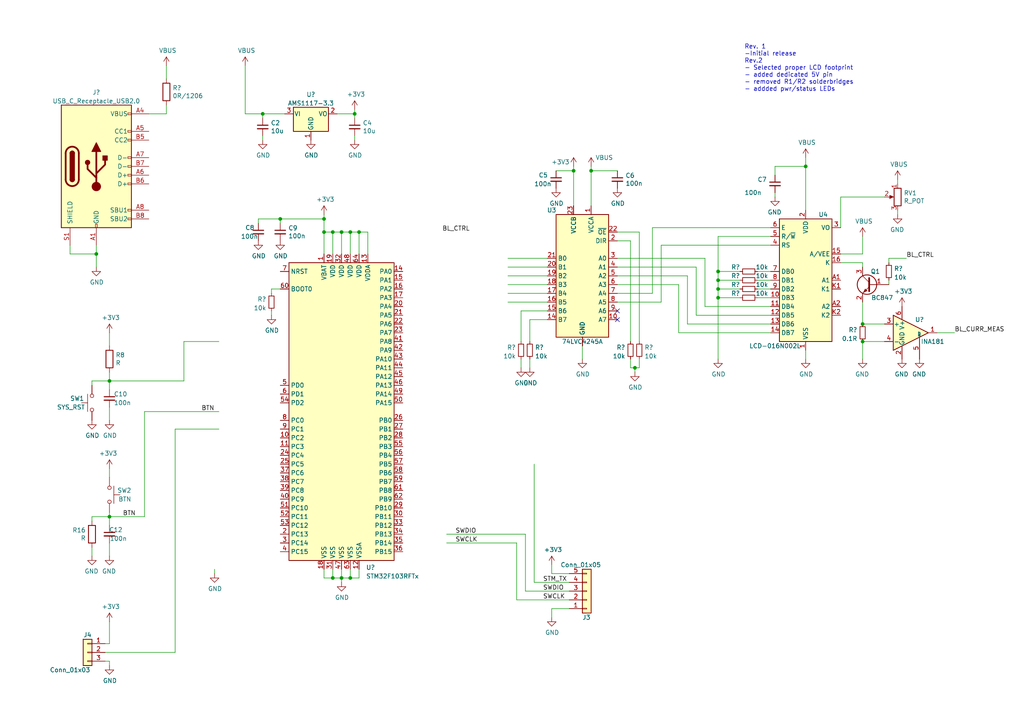
<source format=kicad_sch>
(kicad_sch (version 20211123) (generator eeschema)
  (paper "A4")
  (lib_symbols
    (symbol "Amplifier_Current:INA181" (pin_names (offset 0.127))
      (property "Reference" "U" (at 3.81 3.81 0))
      (property "Value" "INA181" (at 3.81 -2.54 0))
      (symbol "INA181_0_1"
        (polyline (pts (xy 5.08 0) (xy -5.08 5.08) (xy -5.08 -5.08) (xy 5.08 0)) (stroke (width 0.254)) (fill (type background)))
      )
      (symbol "INA181_1_1"
        (pin output line (at 7.62 0 180) (length 2.54) (name "~") (number "1"))
        (pin power_in line (at -2.54 -7.62 90) (length 3.81) (name "GND") (number "2"))
        (pin input line (at -7.62 2.54 0) (length 2.54) (name "+") (number "3"))
        (pin input line (at -7.62 -2.54 0) (length 2.54) (name "-") (number "4"))
        (pin input line (at 2.54 -7.62 90) (length 6.35) (name "REF") (number "5"))
        (pin power_in line (at -2.54 7.62 270) (length 3.81) (name "V+") (number "6"))
      )
    )
    (symbol "Connector:USB_C_Receptacle_USB2.0" (pin_names (offset 1.016))
      (property "Reference" "J" (at -10.16 19.05 0))
      (property "Value" "USB_C_Receptacle_USB2.0" (at 19.05 19.05 0))
      (symbol "USB_C_Receptacle_USB2.0_0_0"
        (rectangle (start -0.254 -17.78) (end 0.254 -16.764))
        (rectangle (start 10.16 -14.986) (end 9.144 -15.494))
        (rectangle (start 10.16 -12.446) (end 9.144 -12.954))
        (rectangle (start 10.16 -4.826) (end 9.144 -5.334))
        (rectangle (start 10.16 -2.286) (end 9.144 -2.794))
        (rectangle (start 10.16 0.254) (end 9.144 -0.254))
        (rectangle (start 10.16 2.794) (end 9.144 2.286))
        (rectangle (start 10.16 7.874) (end 9.144 7.366))
        (rectangle (start 10.16 10.414) (end 9.144 9.906))
        (rectangle (start 10.16 15.494) (end 9.144 14.986))
      )
      (symbol "USB_C_Receptacle_USB2.0_0_1"
        (rectangle (start -10.16 17.78) (end 10.16 -17.78) (stroke (width 0.254)) (fill (type background)))
        (arc (start -8.89 -3.81) (mid -6.985 -5.715) (end -5.08 -3.81) (stroke (width 0.508)))
        (arc (start -7.62 -3.81) (mid -6.985 -4.445) (end -6.35 -3.81) (stroke (width 0.254)))
        (arc (start -7.62 -3.81) (mid -6.985 -4.445) (end -6.35 -3.81) (stroke (width 0.254)) (fill (type outline)))
        (rectangle (start -7.62 -3.81) (end -6.35 3.81) (stroke (width 0.254)) (fill (type outline)))
        (arc (start -6.35 3.81) (mid -6.985 4.445) (end -7.62 3.81) (stroke (width 0.254)))
        (arc (start -6.35 3.81) (mid -6.985 4.445) (end -7.62 3.81) (stroke (width 0.254)) (fill (type outline)))
        (arc (start -5.08 3.81) (mid -6.985 5.715) (end -8.89 3.81) (stroke (width 0.508)))
        (circle (center -2.54 1.143) (radius 0.635) (stroke (width 0.254)) (fill (type outline)))
        (circle (center 0 -5.842) (radius 1.27) (fill (type outline)))
        (polyline (pts (xy -8.89 -3.81) (xy -8.89 3.81)) (stroke (width 0.508)))
        (polyline (pts (xy -5.08 3.81) (xy -5.08 -3.81)) (stroke (width 0.508)))
        (polyline (pts (xy 0 -5.842) (xy 0 4.318)) (stroke (width 0.508)))
        (polyline (pts (xy 0 -3.302) (xy -2.54 -0.762) (xy -2.54 0.508)) (stroke (width 0.508)))
        (polyline (pts (xy 0 -2.032) (xy 2.54 0.508) (xy 2.54 1.778)) (stroke (width 0.508)))
        (polyline (pts (xy -1.27 4.318) (xy 0 6.858) (xy 1.27 4.318) (xy -1.27 4.318)) (stroke (width 0.254)) (fill (type outline)))
        (rectangle (start 1.905 1.778) (end 3.175 3.048) (stroke (width 0.254)) (fill (type outline)))
      )
      (symbol "USB_C_Receptacle_USB2.0_1_1"
        (pin passive line (at 0 -22.86 90) (length 5.08) (name "GND") (number "A1"))
        (pin passive line (at 0 -22.86 90) (length 5.08) hide (name "GND") (number "A12"))
        (pin passive line (at 15.24 15.24 180) (length 5.08) (name "VBUS") (number "A4"))
        (pin bidirectional line (at 15.24 10.16 180) (length 5.08) (name "CC1") (number "A5"))
        (pin bidirectional line (at 15.24 -2.54 180) (length 5.08) (name "D+") (number "A6"))
        (pin bidirectional line (at 15.24 2.54 180) (length 5.08) (name "D-") (number "A7"))
        (pin bidirectional line (at 15.24 -12.7 180) (length 5.08) (name "SBU1") (number "A8"))
        (pin passive line (at 15.24 15.24 180) (length 5.08) hide (name "VBUS") (number "A9"))
        (pin passive line (at 0 -22.86 90) (length 5.08) hide (name "GND") (number "B1"))
        (pin passive line (at 0 -22.86 90) (length 5.08) hide (name "GND") (number "B12"))
        (pin passive line (at 15.24 15.24 180) (length 5.08) hide (name "VBUS") (number "B4"))
        (pin bidirectional line (at 15.24 7.62 180) (length 5.08) (name "CC2") (number "B5"))
        (pin bidirectional line (at 15.24 -5.08 180) (length 5.08) (name "D+") (number "B6"))
        (pin bidirectional line (at 15.24 0 180) (length 5.08) (name "D-") (number "B7"))
        (pin bidirectional line (at 15.24 -15.24 180) (length 5.08) (name "SBU2") (number "B8"))
        (pin passive line (at 15.24 15.24 180) (length 5.08) hide (name "VBUS") (number "B9"))
        (pin passive line (at -7.62 -22.86 90) (length 5.08) (name "SHIELD") (number "S1"))
      )
    )
    (symbol "Connector_Generic:Conn_01x03" (pin_names (offset 1.016) hide)
      (property "Reference" "J" (at 0 5.08 0))
      (property "Value" "Conn_01x03" (at 0 -5.08 0))
      (symbol "Conn_01x03_1_1"
        (rectangle (start -1.27 -2.413) (end 0 -2.667) (stroke (width 0.1524)))
        (rectangle (start -1.27 0.127) (end 0 -0.127) (stroke (width 0.1524)))
        (rectangle (start -1.27 2.667) (end 0 2.413) (stroke (width 0.1524)))
        (rectangle (start -1.27 3.81) (end 1.27 -3.81) (stroke (width 0.254)) (fill (type background)))
        (pin passive line (at -5.08 2.54 0) (length 3.81) (name "Pin_1") (number "1"))
        (pin passive line (at -5.08 0 0) (length 3.81) (name "Pin_2") (number "2"))
        (pin passive line (at -5.08 -2.54 0) (length 3.81) (name "Pin_3") (number "3"))
      )
    )
    (symbol "Connector_Generic:Conn_01x05" (pin_names (offset 1.016) hide)
      (property "Reference" "J" (at 0 7.62 0))
      (property "Value" "Conn_01x05" (at 0 -7.62 0))
      (symbol "Conn_01x05_1_1"
        (rectangle (start -1.27 -4.953) (end 0 -5.207) (stroke (width 0.1524)))
        (rectangle (start -1.27 -2.413) (end 0 -2.667) (stroke (width 0.1524)))
        (rectangle (start -1.27 0.127) (end 0 -0.127) (stroke (width 0.1524)))
        (rectangle (start -1.27 2.667) (end 0 2.413) (stroke (width 0.1524)))
        (rectangle (start -1.27 5.207) (end 0 4.953) (stroke (width 0.1524)))
        (rectangle (start -1.27 6.35) (end 1.27 -6.35) (stroke (width 0.254)) (fill (type background)))
        (pin passive line (at -5.08 5.08 0) (length 3.81) (name "Pin_1") (number "1"))
        (pin passive line (at -5.08 2.54 0) (length 3.81) (name "Pin_2") (number "2"))
        (pin passive line (at -5.08 0 0) (length 3.81) (name "Pin_3") (number "3"))
        (pin passive line (at -5.08 -2.54 0) (length 3.81) (name "Pin_4") (number "4"))
        (pin passive line (at -5.08 -5.08 0) (length 3.81) (name "Pin_5") (number "5"))
      )
    )
    (symbol "Device:C_Small" (pin_numbers hide) (pin_names (offset 0.254) hide)
      (property "Reference" "C" (at 0.254 1.778 0))
      (property "Value" "C_Small" (at 0.254 -2.032 0))
      (symbol "C_Small_0_1"
        (polyline (pts (xy -1.524 -0.508) (xy 1.524 -0.508)) (stroke (width 0.3302)))
        (polyline (pts (xy -1.524 0.508) (xy 1.524 0.508)) (stroke (width 0.3048)))
      )
      (symbol "C_Small_1_1"
        (pin passive line (at 0 2.54 270) (length 2.032) (name "~") (number "1"))
        (pin passive line (at 0 -2.54 90) (length 2.032) (name "~") (number "2"))
      )
    )
    (symbol "Device:R" (pin_numbers hide) (pin_names (offset 0))
      (property "Reference" "R" (at 2.032 0 90))
      (property "Value" "R" (at 0 0 90))
      (symbol "R_0_1"
        (rectangle (start -1.016 -2.54) (end 1.016 2.54) (stroke (width 0.254)))
      )
      (symbol "R_1_1"
        (pin passive line (at 0 3.81 270) (length 1.27) (name "~") (number "1"))
        (pin passive line (at 0 -3.81 90) (length 1.27) (name "~") (number "2"))
      )
    )
    (symbol "Device:R_POT" (pin_names (offset 1.016) hide)
      (property "Reference" "RV" (at -4.445 0 90))
      (property "Value" "Device_R_POT" (at -2.54 0 90))
      (symbol "R_POT_0_1"
        (polyline (pts (xy 2.54 0) (xy 1.524 0)))
        (polyline (pts (xy 1.143 0) (xy 2.286 0.508) (xy 2.286 -0.508)) (fill (type outline)))
        (rectangle (start 1.016 2.54) (end -1.016 -2.54) (stroke (width 0.254)))
      )
      (symbol "R_POT_1_1"
        (pin passive line (at 0 3.81 270) (length 1.27) (name "1") (number "1"))
        (pin passive line (at 3.81 0 180) (length 1.27) (name "2") (number "2"))
        (pin passive line (at 0 -3.81 90) (length 1.27) (name "3") (number "3"))
      )
    )
    (symbol "Device:R_Small" (pin_numbers hide) (pin_names (offset 0.254) hide)
      (property "Reference" "R" (at 0.762 0.508 0))
      (property "Value" "R_Small" (at 0.762 -1.016 0))
      (symbol "R_Small_0_1"
        (rectangle (start -0.762 1.778) (end 0.762 -1.778) (stroke (width 0.2032)))
      )
      (symbol "R_Small_1_1"
        (pin passive line (at 0 2.54 270) (length 0.762) (name "~") (number "1"))
        (pin passive line (at 0 -2.54 90) (length 0.762) (name "~") (number "2"))
      )
    )
    (symbol "Display_Character:LCD-016N002L"
      (property "Reference" "U" (at -6.35 18.796 0))
      (property "Value" "LCD-016N002L" (at 8.636 18.796 0))
      (symbol "LCD-016N002L_1_1"
        (rectangle (start -7.62 17.78) (end 7.62 -17.78) (stroke (width 0.254)) (fill (type background)))
        (pin power_in line (at 0 -20.32 90) (length 2.54) (name "VSS") (number "1"))
        (pin bidirectional line (at -10.16 -5.08 0) (length 2.54) (name "DB3") (number "10"))
        (pin bidirectional line (at -10.16 -7.62 0) (length 2.54) (name "DB4") (number "11"))
        (pin bidirectional line (at -10.16 -10.16 0) (length 2.54) (name "DB5") (number "12"))
        (pin bidirectional line (at -10.16 -12.7 0) (length 2.54) (name "DB6") (number "13"))
        (pin bidirectional line (at -10.16 -15.24 0) (length 2.54) (name "DB7") (number "14"))
        (pin power_in line (at 10.16 7.62 180) (length 2.54) (name "A/VEE") (number "15"))
        (pin power_in line (at 10.16 5.08 180) (length 2.54) (name "K") (number "16"))
        (pin power_in line (at 0 20.32 270) (length 2.54) (name "VDD") (number "2"))
        (pin input line (at 10.16 15.24 180) (length 2.54) (name "VO") (number "3"))
        (pin input line (at -10.16 10.16 0) (length 2.54) (name "RS") (number "4"))
        (pin input line (at -10.16 12.7 0) (length 2.54) (name "R/~{W}") (number "5"))
        (pin input line (at -10.16 15.24 0) (length 2.54) (name "E") (number "6"))
        (pin bidirectional line (at -10.16 2.54 0) (length 2.54) (name "DB0") (number "7"))
        (pin bidirectional line (at -10.16 0 0) (length 2.54) (name "DB1") (number "8"))
        (pin bidirectional line (at -10.16 -2.54 0) (length 2.54) (name "DB2") (number "9"))
        (pin power_in line (at 10.16 0 180) (length 2.54) (name "A1") (number "A1"))
        (pin power_in line (at 10.16 -7.62 180) (length 2.54) (name "A2") (number "A2"))
        (pin power_in line (at 10.16 -2.54 180) (length 2.54) (name "K1") (number "K1"))
        (pin power_in line (at 10.16 -10.16 180) (length 2.54) (name "K2") (number "K2"))
      )
    )
    (symbol "Logic_LevelTranslator:74LVC4245A"
      (property "Reference" "U" (at -7.62 19.05 0))
      (property "Value" "Logic_LevelTranslator_74LVC4245A" (at 3.81 19.05 0))
      (symbol "74LVC4245A_0_1"
        (rectangle (start -7.62 17.78) (end 7.62 -17.78) (stroke (width 0.254)) (fill (type background)))
      )
      (symbol "74LVC4245A_1_1"
        (pin power_in line (at -2.54 20.32 270) (length 2.54) (name "VCCA") (number "1"))
        (pin bidirectional line (at -10.16 -12.7 0) (length 2.54) (name "A7") (number "10"))
        (pin power_in line (at 0 -20.32 90) (length 2.54) (name "GND") (number "11"))
        (pin power_in line (at 0 -20.32 90) (length 2.54) (name "GND") (number "12"))
        (pin power_in line (at 0 -20.32 90) (length 2.54) (name "GND") (number "13"))
        (pin bidirectional line (at 10.16 -12.7 180) (length 2.54) (name "B7") (number "14"))
        (pin bidirectional line (at 10.16 -10.16 180) (length 2.54) (name "B6") (number "15"))
        (pin bidirectional line (at 10.16 -7.62 180) (length 2.54) (name "B5") (number "16"))
        (pin bidirectional line (at 10.16 -5.08 180) (length 2.54) (name "B4") (number "17"))
        (pin bidirectional line (at 10.16 -2.54 180) (length 2.54) (name "B3") (number "18"))
        (pin bidirectional line (at 10.16 0 180) (length 2.54) (name "B2") (number "19"))
        (pin input line (at -10.16 10.16 0) (length 2.54) (name "DIR") (number "2"))
        (pin bidirectional line (at 10.16 2.54 180) (length 2.54) (name "B1") (number "20"))
        (pin bidirectional line (at 10.16 5.08 180) (length 2.54) (name "B0") (number "21"))
        (pin input line (at -10.16 12.7 0) (length 2.54) (name "~{OE}") (number "22"))
        (pin power_in line (at 2.54 20.32 270) (length 2.54) (name "VCCB") (number "23"))
        (pin power_in line (at 2.54 20.32 270) (length 2.54) (name "VCCB") (number "24"))
        (pin bidirectional line (at -10.16 5.08 0) (length 2.54) (name "A0") (number "3"))
        (pin bidirectional line (at -10.16 2.54 0) (length 2.54) (name "A1") (number "4"))
        (pin bidirectional line (at -10.16 0 0) (length 2.54) (name "A2") (number "5"))
        (pin bidirectional line (at -10.16 -2.54 0) (length 2.54) (name "A3") (number "6"))
        (pin bidirectional line (at -10.16 -5.08 0) (length 2.54) (name "A4") (number "7"))
        (pin bidirectional line (at -10.16 -7.62 0) (length 2.54) (name "A5") (number "8"))
        (pin bidirectional line (at -10.16 -10.16 0) (length 2.54) (name "A6") (number "9"))
      )
    )
    (symbol "MCU_ST_STM32F1:STM32F103RFTx"
      (property "Reference" "U" (at -15.24 44.45 0))
      (property "Value" "STM32F103RFTx" (at 10.16 44.45 0))
      (symbol "STM32F103RFTx_0_1"
        (rectangle (start -15.24 -43.18) (end 15.24 43.18) (stroke (width 0.254)) (fill (type background)))
      )
      (symbol "STM32F103RFTx_1_1"
        (pin power_in line (at -5.08 45.72 270) (length 2.54) (name "VBAT") (number "1"))
        (pin bidirectional line (at -17.78 -7.62 0) (length 2.54) (name "PC2") (number "10"))
        (pin bidirectional line (at -17.78 -10.16 0) (length 2.54) (name "PC3") (number "11"))
        (pin power_in line (at 5.08 -45.72 90) (length 2.54) (name "VSSA") (number "12"))
        (pin power_in line (at 7.62 45.72 270) (length 2.54) (name "VDDA") (number "13"))
        (pin bidirectional line (at 17.78 40.64 180) (length 2.54) (name "PA0") (number "14"))
        (pin bidirectional line (at 17.78 38.1 180) (length 2.54) (name "PA1") (number "15"))
        (pin bidirectional line (at 17.78 35.56 180) (length 2.54) (name "PA2") (number "16"))
        (pin bidirectional line (at 17.78 33.02 180) (length 2.54) (name "PA3") (number "17"))
        (pin power_in line (at -5.08 -45.72 90) (length 2.54) (name "VSS") (number "18"))
        (pin power_in line (at -2.54 45.72 270) (length 2.54) (name "VDD") (number "19"))
        (pin bidirectional line (at -17.78 -35.56 0) (length 2.54) (name "PC13") (number "2"))
        (pin bidirectional line (at 17.78 30.48 180) (length 2.54) (name "PA4") (number "20"))
        (pin bidirectional line (at 17.78 27.94 180) (length 2.54) (name "PA5") (number "21"))
        (pin bidirectional line (at 17.78 25.4 180) (length 2.54) (name "PA6") (number "22"))
        (pin bidirectional line (at 17.78 22.86 180) (length 2.54) (name "PA7") (number "23"))
        (pin bidirectional line (at -17.78 -12.7 0) (length 2.54) (name "PC4") (number "24"))
        (pin bidirectional line (at -17.78 -15.24 0) (length 2.54) (name "PC5") (number "25"))
        (pin bidirectional line (at 17.78 -2.54 180) (length 2.54) (name "PB0") (number "26"))
        (pin bidirectional line (at 17.78 -5.08 180) (length 2.54) (name "PB1") (number "27"))
        (pin bidirectional line (at 17.78 -7.62 180) (length 2.54) (name "PB2") (number "28"))
        (pin bidirectional line (at 17.78 -27.94 180) (length 2.54) (name "PB10") (number "29"))
        (pin bidirectional line (at -17.78 -38.1 0) (length 2.54) (name "PC14") (number "3"))
        (pin bidirectional line (at 17.78 -30.48 180) (length 2.54) (name "PB11") (number "30"))
        (pin power_in line (at -2.54 -45.72 90) (length 2.54) (name "VSS") (number "31"))
        (pin power_in line (at 0 45.72 270) (length 2.54) (name "VDD") (number "32"))
        (pin bidirectional line (at 17.78 -33.02 180) (length 2.54) (name "PB12") (number "33"))
        (pin bidirectional line (at 17.78 -35.56 180) (length 2.54) (name "PB13") (number "34"))
        (pin bidirectional line (at 17.78 -38.1 180) (length 2.54) (name "PB14") (number "35"))
        (pin bidirectional line (at 17.78 -40.64 180) (length 2.54) (name "PB15") (number "36"))
        (pin bidirectional line (at -17.78 -17.78 0) (length 2.54) (name "PC6") (number "37"))
        (pin bidirectional line (at -17.78 -20.32 0) (length 2.54) (name "PC7") (number "38"))
        (pin bidirectional line (at -17.78 -22.86 0) (length 2.54) (name "PC8") (number "39"))
        (pin bidirectional line (at -17.78 -40.64 0) (length 2.54) (name "PC15") (number "4"))
        (pin bidirectional line (at -17.78 -25.4 0) (length 2.54) (name "PC9") (number "40"))
        (pin bidirectional line (at 17.78 20.32 180) (length 2.54) (name "PA8") (number "41"))
        (pin bidirectional line (at 17.78 17.78 180) (length 2.54) (name "PA9") (number "42"))
        (pin bidirectional line (at 17.78 15.24 180) (length 2.54) (name "PA10") (number "43"))
        (pin bidirectional line (at 17.78 12.7 180) (length 2.54) (name "PA11") (number "44"))
        (pin bidirectional line (at 17.78 10.16 180) (length 2.54) (name "PA12") (number "45"))
        (pin bidirectional line (at 17.78 7.62 180) (length 2.54) (name "PA13") (number "46"))
        (pin power_in line (at 0 -45.72 90) (length 2.54) (name "VSS") (number "47"))
        (pin power_in line (at 2.54 45.72 270) (length 2.54) (name "VDD") (number "48"))
        (pin bidirectional line (at 17.78 5.08 180) (length 2.54) (name "PA14") (number "49"))
        (pin input line (at -17.78 7.62 0) (length 2.54) (name "PD0") (number "5"))
        (pin bidirectional line (at 17.78 2.54 180) (length 2.54) (name "PA15") (number "50"))
        (pin bidirectional line (at -17.78 -27.94 0) (length 2.54) (name "PC10") (number "51"))
        (pin bidirectional line (at -17.78 -30.48 0) (length 2.54) (name "PC11") (number "52"))
        (pin bidirectional line (at -17.78 -33.02 0) (length 2.54) (name "PC12") (number "53"))
        (pin bidirectional line (at -17.78 2.54 0) (length 2.54) (name "PD2") (number "54"))
        (pin bidirectional line (at 17.78 -10.16 180) (length 2.54) (name "PB3") (number "55"))
        (pin bidirectional line (at 17.78 -12.7 180) (length 2.54) (name "PB4") (number "56"))
        (pin bidirectional line (at 17.78 -15.24 180) (length 2.54) (name "PB5") (number "57"))
        (pin bidirectional line (at 17.78 -17.78 180) (length 2.54) (name "PB6") (number "58"))
        (pin bidirectional line (at 17.78 -20.32 180) (length 2.54) (name "PB7") (number "59"))
        (pin input line (at -17.78 5.08 0) (length 2.54) (name "PD1") (number "6"))
        (pin input line (at -17.78 35.56 0) (length 2.54) (name "BOOT0") (number "60"))
        (pin bidirectional line (at 17.78 -22.86 180) (length 2.54) (name "PB8") (number "61"))
        (pin bidirectional line (at 17.78 -25.4 180) (length 2.54) (name "PB9") (number "62"))
        (pin power_in line (at 2.54 -45.72 90) (length 2.54) (name "VSS") (number "63"))
        (pin power_in line (at 5.08 45.72 270) (length 2.54) (name "VDD") (number "64"))
        (pin input line (at -17.78 40.64 0) (length 2.54) (name "NRST") (number "7"))
        (pin bidirectional line (at -17.78 -2.54 0) (length 2.54) (name "PC0") (number "8"))
        (pin bidirectional line (at -17.78 -5.08 0) (length 2.54) (name "PC1") (number "9"))
      )
    )
    (symbol "Regulator_Linear:AMS1117-3.3" (pin_names (offset 0.254))
      (property "Reference" "U" (at -3.81 3.175 0))
      (property "Value" "AMS1117-3.3" (at 0 3.175 0))
      (symbol "AMS1117-3.3_0_1"
        (rectangle (start -5.08 -5.08) (end 5.08 1.905) (stroke (width 0.254)) (fill (type background)))
      )
      (symbol "AMS1117-3.3_1_1"
        (pin power_in line (at 0 -7.62 90) (length 2.54) (name "GND") (number "1"))
        (pin power_out line (at 7.62 0 180) (length 2.54) (name "VO") (number "2"))
        (pin power_in line (at -7.62 0 0) (length 2.54) (name "VI") (number "3"))
      )
    )
    (symbol "Switch:SW_Push" (pin_numbers hide) (pin_names (offset 1.016) hide)
      (property "Reference" "SW" (at 1.27 2.54 0))
      (property "Value" "SW_Push" (at 0 -1.524 0))
      (symbol "SW_Push_0_1"
        (circle (center -2.032 0) (radius 0.508))
        (polyline (pts (xy 0 1.27) (xy 0 3.048)))
        (polyline (pts (xy 2.54 1.27) (xy -2.54 1.27)))
        (circle (center 2.032 0) (radius 0.508))
        (pin passive line (at -5.08 0 0) (length 2.54) (name "1") (number "1"))
        (pin passive line (at 5.08 0 180) (length 2.54) (name "2") (number "2"))
      )
    )
    (symbol "Transistor_BJT:BC847" (pin_names (offset 0) hide)
      (property "Reference" "Q" (at 5.08 1.905 0))
      (property "Value" "BC847" (at 5.08 0 0))
      (symbol "BC847_0_1"
        (polyline (pts (xy 0.635 0.635) (xy 2.54 2.54)))
        (polyline (pts (xy 0.635 -0.635) (xy 2.54 -2.54) (xy 2.54 -2.54)))
        (polyline (pts (xy 0.635 1.905) (xy 0.635 -1.905) (xy 0.635 -1.905)) (stroke (width 0.508)))
        (polyline (pts (xy 1.27 -1.778) (xy 1.778 -1.27) (xy 2.286 -2.286) (xy 1.27 -1.778) (xy 1.27 -1.778)) (fill (type outline)))
        (circle (center 1.27 0) (radius 2.8194) (stroke (width 0.254)))
      )
      (symbol "BC847_1_1"
        (pin input line (at -5.08 0 0) (length 5.715) (name "B") (number "1"))
        (pin passive line (at 2.54 -5.08 90) (length 2.54) (name "E") (number "2"))
        (pin passive line (at 2.54 5.08 270) (length 2.54) (name "C") (number "3"))
      )
    )
    (symbol "power:+3.3V" (power) (pin_names (offset 0))
      (property "Value" "+3.3V" (at 0 3.556 0))
      (symbol "+3.3V_0_1"
        (polyline (pts (xy -0.762 1.27) (xy 0 2.54)))
        (polyline (pts (xy 0 0) (xy 0 2.54)))
        (polyline (pts (xy 0 2.54) (xy 0.762 1.27)))
      )
      (symbol "+3.3V_1_1"
        (pin power_in line (at 0 0 90) (length 0) hide (name "+3V3") (number "1"))
      )
    )
    (symbol "power:GND" (power) (pin_names (offset 0))
      (property "Value" "GND" (at 0 -3.81 0))
      (symbol "GND_0_1"
        (polyline (pts (xy 0 0) (xy 0 -1.27) (xy 1.27 -1.27) (xy 0 -2.54) (xy -1.27 -1.27) (xy 0 -1.27)))
      )
      (symbol "GND_1_1"
        (pin power_in line (at 0 0 270) (length 0) hide (name "GND") (number "1"))
      )
    )
    (symbol "power:VBUS" (power) (pin_names (offset 0))
      (property "Value" "VBUS" (at 0 3.81 0))
      (symbol "VBUS_0_1"
        (polyline (pts (xy -0.762 1.27) (xy 0 2.54)))
        (polyline (pts (xy 0 0) (xy 0 2.54)))
        (polyline (pts (xy 0 2.54) (xy 0.762 1.27)))
      )
      (symbol "VBUS_1_1"
        (pin power_in line (at 0 0 90) (length 0) hide (name "VBUS") (number "1"))
      )
    )
  )
  (junction (at 250.19 93.98))
  (junction (at 102.87 33.02))
  (junction (at 31.75 149.86))
  (junction (at 171.45 49.53))
  (junction (at 233.68 48.26))
  (junction (at 99.06 67.31))
  (junction (at 76.2 33.02))
  (junction (at 96.52 67.31))
  (junction (at 27.94 73.66))
  (junction (at 208.28 83.82))
  (junction (at 93.98 67.31))
  (junction (at 31.75 110.49))
  (junction (at 96.52 167.64))
  (junction (at 81.28 63.5))
  (junction (at 250.19 99.06))
  (junction (at 101.6 167.64))
  (junction (at 208.28 86.36))
  (junction (at 101.6 67.31))
  (junction (at 166.37 49.53))
  (junction (at 99.06 167.64))
  (junction (at 208.28 81.28))
  (junction (at 93.98 63.5))
  (junction (at 184.15 106.68))
  (junction (at 104.14 67.31))
  (junction (at 208.28 78.74))
  (no_connect (at 179.07 92.71))
  (no_connect (at 179.07 90.17))
  (wire (pts (xy 20.32 73.66) (xy 27.94 73.66)))
  (wire (pts (xy 219.71 86.36) (xy 223.52 86.36)))
  (wire (pts (xy 48.26 19.05) (xy 48.26 22.86)))
  (wire (pts (xy 31.75 161.29) (xy 31.75 157.48)))
  (wire (pts (xy 223.52 66.04) (xy 189.23 66.04)))
  (wire (pts (xy 250.19 87.63) (xy 250.19 93.98)))
  (wire (pts (xy 243.84 73.66) (xy 250.19 73.66)))
  (wire (pts (xy 243.84 57.15) (xy 256.54 57.15)))
  (wire (pts (xy 99.06 167.64) (xy 96.52 167.64)))
  (wire (pts (xy 62.23 166.37) (xy 62.23 165.1)))
  (wire (pts (xy 101.6 67.31) (xy 104.14 67.31)))
  (wire (pts (xy 26.67 158.75) (xy 26.67 161.29)))
  (wire (pts (xy 208.28 78.74) (xy 214.63 78.74)))
  (wire (pts (xy 93.98 62.23) (xy 93.98 63.5)))
  (wire (pts (xy 208.28 86.36) (xy 214.63 86.36)))
  (wire (pts (xy 257.81 74.93) (xy 262.89 74.93)))
  (wire (pts (xy 74.93 63.5) (xy 81.28 63.5)))
  (wire (pts (xy 74.93 63.5) (xy 74.93 64.77)))
  (wire (pts (xy 104.14 165.1) (xy 104.14 167.64)))
  (wire (pts (xy 166.37 49.53) (xy 166.37 59.69)))
  (wire (pts (xy 196.85 82.55) (xy 179.07 82.55)))
  (wire (pts (xy 129.54 154.94) (xy 152.4 154.94)))
  (wire (pts (xy 208.28 81.28) (xy 208.28 83.82)))
  (wire (pts (xy 106.68 67.31) (xy 106.68 73.66)))
  (wire (pts (xy 208.28 81.28) (xy 214.63 81.28)))
  (wire (pts (xy 158.75 90.17) (xy 151.13 90.17)))
  (wire (pts (xy 93.98 167.64) (xy 93.98 165.1)))
  (wire (pts (xy 147.32 85.09) (xy 158.75 85.09)))
  (wire (pts (xy 31.75 107.95) (xy 31.75 110.49)))
  (wire (pts (xy 76.2 34.29) (xy 76.2 33.02)))
  (wire (pts (xy 97.79 33.02) (xy 102.87 33.02)))
  (wire (pts (xy 233.68 48.26) (xy 233.68 60.96)))
  (wire (pts (xy 233.68 104.14) (xy 233.68 101.6)))
  (wire (pts (xy 151.13 90.17) (xy 151.13 99.06)))
  (wire (pts (xy 96.52 167.64) (xy 93.98 167.64)))
  (wire (pts (xy 63.5 99.06) (xy 53.34 99.06)))
  (wire (pts (xy 219.71 81.28) (xy 223.52 81.28)))
  (wire (pts (xy 161.29 49.53) (xy 166.37 49.53)))
  (wire (pts (xy 166.37 48.26) (xy 166.37 49.53)))
  (wire (pts (xy 129.54 157.48) (xy 149.86 157.48)))
  (wire (pts (xy 165.1 176.53) (xy 160.02 176.53)))
  (wire (pts (xy 223.52 88.9) (xy 204.47 88.9)))
  (wire (pts (xy 53.34 99.06) (xy 53.34 110.49)))
  (wire (pts (xy 201.93 91.44) (xy 223.52 91.44)))
  (wire (pts (xy 50.8 189.23) (xy 30.48 189.23)))
  (wire (pts (xy 50.8 124.46) (xy 50.8 189.23)))
  (wire (pts (xy 199.39 80.01) (xy 199.39 93.98)))
  (wire (pts (xy 20.32 73.66) (xy 20.32 71.12)))
  (wire (pts (xy 96.52 165.1) (xy 96.52 167.64)))
  (wire (pts (xy 81.28 63.5) (xy 93.98 63.5)))
  (wire (pts (xy 96.52 67.31) (xy 99.06 67.31)))
  (wire (pts (xy 147.32 87.63) (xy 158.75 87.63)))
  (wire (pts (xy 160.02 176.53) (xy 160.02 179.07)))
  (wire (pts (xy 233.68 48.26) (xy 233.68 45.72)))
  (wire (pts (xy 182.88 104.14) (xy 182.88 106.68)))
  (wire (pts (xy 260.35 53.34) (xy 260.35 52.07)))
  (wire (pts (xy 154.94 134.62) (xy 154.94 168.91)))
  (wire (pts (xy 196.85 96.52) (xy 223.52 96.52)))
  (wire (pts (xy 160.02 163.83) (xy 160.02 166.37)))
  (wire (pts (xy 93.98 67.31) (xy 93.98 73.66)))
  (wire (pts (xy 31.75 186.69) (xy 31.75 180.34)))
  (wire (pts (xy 185.42 106.68) (xy 184.15 106.68)))
  (wire (pts (xy 152.4 154.94) (xy 152.4 171.45)))
  (wire (pts (xy 223.52 93.98) (xy 199.39 93.98)))
  (wire (pts (xy 185.42 104.14) (xy 185.42 106.68)))
  (wire (pts (xy 257.81 82.55) (xy 257.81 81.28)))
  (wire (pts (xy 168.91 104.14) (xy 168.91 100.33)))
  (wire (pts (xy 31.75 121.92) (xy 31.75 118.11)))
  (wire (pts (xy 171.45 49.53) (xy 171.45 59.69)))
  (wire (pts (xy 199.39 80.01) (xy 179.07 80.01)))
  (wire (pts (xy 149.86 157.48) (xy 149.86 173.99)))
  (wire (pts (xy 76.2 33.02) (xy 82.55 33.02)))
  (wire (pts (xy 196.85 82.55) (xy 196.85 96.52)))
  (wire (pts (xy 257.81 74.93) (xy 257.81 76.2)))
  (wire (pts (xy 99.06 67.31) (xy 101.6 67.31)))
  (wire (pts (xy 201.93 77.47) (xy 201.93 91.44)))
  (wire (pts (xy 271.78 96.52) (xy 276.86 96.52)))
  (wire (pts (xy 104.14 67.31) (xy 104.14 73.66)))
  (wire (pts (xy 208.28 78.74) (xy 208.28 81.28)))
  (wire (pts (xy 208.28 68.58) (xy 208.28 78.74)))
  (wire (pts (xy 71.12 33.02) (xy 76.2 33.02)))
  (wire (pts (xy 171.45 49.53) (xy 171.45 48.26)))
  (wire (pts (xy 179.07 69.85) (xy 182.88 69.85)))
  (wire (pts (xy 93.98 63.5) (xy 93.98 67.31)))
  (wire (pts (xy 250.19 99.06) (xy 250.19 104.14)))
  (wire (pts (xy 31.75 191.77) (xy 31.75 193.04)))
  (wire (pts (xy 171.45 49.53) (xy 179.07 49.53)))
  (wire (pts (xy 250.19 76.2) (xy 243.84 76.2)))
  (wire (pts (xy 204.47 74.93) (xy 204.47 88.9)))
  (wire (pts (xy 101.6 167.64) (xy 99.06 167.64)))
  (wire (pts (xy 26.67 111.76) (xy 26.67 110.49)))
  (wire (pts (xy 31.75 135.89) (xy 31.75 138.43)))
  (wire (pts (xy 31.75 110.49) (xy 53.34 110.49)))
  (wire (pts (xy 189.23 85.09) (xy 179.07 85.09)))
  (wire (pts (xy 250.19 99.06) (xy 256.54 99.06)))
  (wire (pts (xy 260.35 60.96) (xy 260.35 62.23)))
  (wire (pts (xy 102.87 40.64) (xy 102.87 39.37)))
  (wire (pts (xy 208.28 68.58) (xy 223.52 68.58)))
  (wire (pts (xy 179.07 67.31) (xy 185.42 67.31)))
  (wire (pts (xy 96.52 67.31) (xy 93.98 67.31)))
  (wire (pts (xy 102.87 33.02) (xy 102.87 31.75)))
  (wire (pts (xy 26.67 149.86) (xy 31.75 149.86)))
  (wire (pts (xy 191.77 71.12) (xy 191.77 87.63)))
  (wire (pts (xy 250.19 93.98) (xy 256.54 93.98)))
  (wire (pts (xy 78.74 90.17) (xy 78.74 91.44)))
  (wire (pts (xy 223.52 71.12) (xy 191.77 71.12)))
  (wire (pts (xy 104.14 167.64) (xy 101.6 167.64)))
  (wire (pts (xy 30.48 191.77) (xy 31.75 191.77)))
  (wire (pts (xy 99.06 165.1) (xy 99.06 167.64)))
  (wire (pts (xy 224.79 48.26) (xy 224.79 50.8)))
  (wire (pts (xy 208.28 86.36) (xy 208.28 104.14)))
  (wire (pts (xy 41.91 149.86) (xy 31.75 149.86)))
  (wire (pts (xy 147.32 77.47) (xy 158.75 77.47)))
  (wire (pts (xy 31.75 96.52) (xy 31.75 100.33)))
  (wire (pts (xy 99.06 67.31) (xy 99.06 73.66)))
  (wire (pts (xy 151.13 104.14) (xy 151.13 106.68)))
  (wire (pts (xy 48.26 33.02) (xy 48.26 30.48)))
  (wire (pts (xy 179.07 77.47) (xy 201.93 77.47)))
  (wire (pts (xy 27.94 73.66) (xy 27.94 77.47)))
  (wire (pts (xy 185.42 67.31) (xy 185.42 99.06)))
  (wire (pts (xy 153.67 92.71) (xy 153.67 99.06)))
  (wire (pts (xy 208.28 83.82) (xy 208.28 86.36)))
  (wire (pts (xy 31.75 152.4) (xy 31.75 149.86)))
  (wire (pts (xy 184.15 107.95) (xy 184.15 106.68)))
  (wire (pts (xy 101.6 67.31) (xy 101.6 73.66)))
  (wire (pts (xy 147.32 80.01) (xy 158.75 80.01)))
  (wire (pts (xy 41.91 119.38) (xy 41.91 149.86)))
  (wire (pts (xy 104.14 67.31) (xy 106.68 67.31)))
  (wire (pts (xy 96.52 67.31) (xy 96.52 73.66)))
  (wire (pts (xy 223.52 78.74) (xy 219.71 78.74)))
  (wire (pts (xy 31.75 148.59) (xy 31.75 149.86)))
  (wire (pts (xy 204.47 74.93) (xy 179.07 74.93)))
  (wire (pts (xy 99.06 168.91) (xy 99.06 167.64)))
  (wire (pts (xy 149.86 173.99) (xy 165.1 173.99)))
  (wire (pts (xy 152.4 171.45) (xy 165.1 171.45)))
  (wire (pts (xy 81.28 83.82) (xy 78.74 83.82)))
  (wire (pts (xy 26.67 151.13) (xy 26.67 149.86)))
  (wire (pts (xy 78.74 83.82) (xy 78.74 85.09)))
  (wire (pts (xy 76.2 39.37) (xy 76.2 40.64)))
  (wire (pts (xy 147.32 82.55) (xy 158.75 82.55)))
  (wire (pts (xy 41.91 119.38) (xy 63.5 119.38)))
  (wire (pts (xy 71.12 19.05) (xy 71.12 33.02)))
  (wire (pts (xy 147.32 74.93) (xy 158.75 74.93)))
  (wire (pts (xy 233.68 48.26) (xy 224.79 48.26)))
  (wire (pts (xy 223.52 83.82) (xy 219.71 83.82)))
  (wire (pts (xy 26.67 110.49) (xy 31.75 110.49)))
  (wire (pts (xy 27.94 73.66) (xy 27.94 71.12)))
  (wire (pts (xy 81.28 64.77) (xy 81.28 63.5)))
  (wire (pts (xy 30.48 186.69) (xy 31.75 186.69)))
  (wire (pts (xy 63.5 124.46) (xy 50.8 124.46)))
  (wire (pts (xy 243.84 66.04) (xy 243.84 57.15)))
  (wire (pts (xy 208.28 83.82) (xy 214.63 83.82)))
  (wire (pts (xy 31.75 113.03) (xy 31.75 110.49)))
  (wire (pts (xy 250.19 76.2) (xy 250.19 77.47)))
  (wire (pts (xy 184.15 106.68) (xy 182.88 106.68)))
  (wire (pts (xy 250.19 68.58) (xy 250.19 73.66)))
  (wire (pts (xy 101.6 165.1) (xy 101.6 167.64)))
  (wire (pts (xy 43.18 33.02) (xy 48.26 33.02)))
  (wire (pts (xy 102.87 34.29) (xy 102.87 33.02)))
  (wire (pts (xy 191.77 87.63) (xy 179.07 87.63)))
  (wire (pts (xy 153.67 104.14) (xy 153.67 106.68)))
  (wire (pts (xy 224.79 57.15) (xy 224.79 55.88)))
  (wire (pts (xy 160.02 166.37) (xy 165.1 166.37)))
  (wire (pts (xy 158.75 92.71) (xy 153.67 92.71)))
  (wire (pts (xy 154.94 168.91) (xy 165.1 168.91)))
  (wire (pts (xy 189.23 66.04) (xy 189.23 85.09)))
  (wire (pts (xy 182.88 69.85) (xy 182.88 99.06)))
  (text "Rev. 1\n-Initial release\nRev.2\n- Selected proper LCD footprint\n- added dedicated 5V pin\n- removed R1/R2 solderbridges\n- addded pwr/status LEDs\n" (at 215.9 26.67 0) (effects (font (size 1.27 1.27)) (justify left bottom)))
  (label "BL_CTRL" (at 262.89 74.93 0))
  (label "SWDIO" (at 132.08 154.94 0))
  (label "BL_CTRL" (at 128.27 67.31 0))
  (label "SWDIO" (at 157.48 171.45 0))
  (label "STM_TX" (at 157.48 168.91 0))
  (label "BTN" (at 58.42 119.38 0))
  (label "SWCLK" (at 132.08 157.48 0))
  (label "SWCLK" (at 157.48 173.99 0))
  (label "BTN" (at 39.37 149.86 180))
  (label "BL_CURR_MEAS" (at 276.86 96.52 0))
  (symbol (lib_id "Display_Character:LCD-016N002L") (at 233.68 81.28 0) (unit 1)
    (property "Reference" "U4" (at 238.76 62.23 0))
    (property "Value" "LCD-016N002L" (at 224.79 100.33 0))
    (property "Footprint" "Display:LCD-016N002L" (effects hide))
    (property "Datasheet" "http://www.vishay.com/docs/37299/37299.pdf" (effects hide))
  )
  (symbol (lib_id "power:GND") (at 208.28 104.14 0) (unit 1)
    (property "Reference" "#PWR033" (effects hide))
    (property "Value" "GND" (at 208.407 108.5342 0))
  )
  (symbol (lib_id "power:GND") (at 233.68 104.14 0) (unit 1)
    (property "Reference" "#PWR034" (effects hide))
    (property "Value" "GND" (at 233.807 108.5342 0))
  )
  (symbol (lib_id "power:GND") (at 168.91 104.14 0) (unit 1)
    (property "Reference" "#PWR032" (effects hide))
    (property "Value" "GND" (at 169.037 108.5342 0))
  )
  (symbol (lib_id "power:+3.3V") (at 102.87 31.75 0) (unit 1)
    (property "Reference" "#PWR06" (effects hide))
    (property "Value" "+3.3V" (at 103.251 27.3558 0))
  )
  (symbol (lib_id "power:VBUS") (at 71.12 19.05 0) (unit 1)
    (property "Reference" "#PWR03" (effects hide))
    (property "Value" "VBUS" (at 71.501 14.6558 0))
  )
  (symbol (lib_id "power:+3.3V") (at 166.37 48.26 0) (unit 1)
    (property "Reference" "#PWR08" (effects hide))
    (property "Value" "+3.3V" (at 162.56 46.99 0))
  )
  (symbol (lib_id "power:VBUS") (at 171.45 48.26 0) (unit 1)
    (property "Reference" "#PWR09" (effects hide))
    (property "Value" "VBUS" (at 175.26 45.72 0))
  )
  (symbol (lib_id "power:GND") (at 90.17 40.64 0) (unit 1)
    (property "Reference" "#PWR014" (effects hide))
    (property "Value" "GND" (at 90.297 45.0342 0))
  )
  (symbol (lib_id "power:GND") (at 27.94 77.47 0) (unit 1)
    (property "Reference" "#PWR029" (effects hide))
    (property "Value" "GND" (at 28.067 81.8642 0))
  )
  (symbol (lib_id "power:GND") (at 250.19 104.14 0) (mirror y) (unit 1)
    (property "Reference" "#PWR035" (effects hide))
    (property "Value" "GND" (at 250.063 108.5342 0))
  )
  (symbol (lib_id "Transistor_BJT:BC847") (at 252.73 82.55 0) (mirror y) (unit 1)
    (property "Reference" "Q1" (at 255.27 78.74 0) (effects (justify left)))
    (property "Value" "BC847" (at 259.08 86.36 0) (effects (justify left)))
    (property "Footprint" "Package_TO_SOT_SMD:SOT-23" (effects hide))
    (property "Datasheet" "http://www.infineon.com/dgdl/Infineon-BC847SERIES_BC848SERIES_BC849SERIES_BC850SERIES-DS-v01_01-en.pdf?fileId=db3a304314dca389011541d4630a1657" (effects hide))
  )
  (symbol (lib_id "Device:R_POT") (at 260.35 57.15 0) (mirror y) (unit 1)
    (property "Reference" "RV1" (at 262.128 55.9816 0) (effects (justify right)))
    (property "Value" "R_POT" (at 262.128 58.293 0) (effects (justify right)))
    (property "Footprint" "Potentiometer_SMD:Potentiometer_Vishay_TS53YJ_Vertical" (effects hide))
  )
  (symbol (lib_id "power:VBUS") (at 260.35 52.07 0) (unit 1)
    (property "Reference" "#PWR024" (effects hide))
    (property "Value" "VBUS" (at 260.731 47.6758 0))
  )
  (symbol (lib_id "power:GND") (at 260.35 62.23 0) (mirror y) (unit 1)
    (property "Reference" "#PWR028" (effects hide))
    (property "Value" "GND" (at 260.223 66.6242 0))
  )
  (symbol (lib_id "power:+3.3V") (at 93.98 62.23 0) (unit 1)
    (property "Reference" "#PWR023" (effects hide))
    (property "Value" "+3.3V" (at 94.361 57.8358 0))
  )
  (symbol (lib_id "Device:C_Small") (at 102.87 36.83 0) (unit 1)
    (property "Reference" "C4" (at 105.2068 35.6616 0) (effects (justify left)))
    (property "Value" "10u" (at 105.2068 37.973 0) (effects (justify left)))
    (property "Footprint" "Capacitor_SMD:C_1206_3216Metric_Pad1.42x1.75mm_HandSolder" (effects hide))
  )
  (symbol (lib_id "Device:C_Small") (at 161.29 52.07 0) (unit 1)
    (property "Reference" "C5" (at 156.21 50.8 0) (effects (justify left)))
    (property "Value" "100n" (at 154.94 53.34 0) (effects (justify left)))
    (property "Footprint" "Capacitor_SMD:C_0603_1608Metric_Pad1.05x0.95mm_HandSolder" (effects hide))
  )
  (symbol (lib_id "Device:C_Small") (at 179.07 52.07 0) (unit 1)
    (property "Reference" "C6" (at 181.4068 50.9016 0) (effects (justify left)))
    (property "Value" "100n" (at 181.4068 53.213 0) (effects (justify left)))
    (property "Footprint" "Capacitor_SMD:C_0603_1608Metric_Pad1.05x0.95mm_HandSolder" (effects hide))
  )
  (symbol (lib_id "Device:C_Small") (at 224.79 53.34 0) (unit 1)
    (property "Reference" "C7" (at 219.71 52.07 0) (effects (justify left)))
    (property "Value" "100n" (at 215.9 55.88 0) (effects (justify left)))
    (property "Footprint" "Capacitor_SMD:C_0603_1608Metric_Pad1.05x0.95mm_HandSolder" (effects hide))
  )
  (symbol (lib_id "power:GND") (at 161.29 54.61 0) (unit 1)
    (property "Reference" "#PWR017" (effects hide))
    (property "Value" "GND" (at 161.417 59.0042 0))
  )
  (symbol (lib_id "power:GND") (at 179.07 54.61 0) (unit 1)
    (property "Reference" "#PWR018" (effects hide))
    (property "Value" "GND" (at 179.197 59.0042 0))
  )
  (symbol (lib_id "power:GND") (at 102.87 40.64 0) (unit 1)
    (property "Reference" "#PWR016" (effects hide))
    (property "Value" "GND" (at 102.997 45.0342 0))
  )
  (symbol (lib_id "Device:C_Small") (at 76.2 36.83 0) (unit 1)
    (property "Reference" "C2" (at 78.5368 35.6616 0) (effects (justify left)))
    (property "Value" "10u" (at 78.5368 37.973 0) (effects (justify left)))
    (property "Footprint" "Capacitor_SMD:C_1206_3216Metric_Pad1.42x1.75mm_HandSolder" (effects hide))
  )
  (symbol (lib_id "power:GND") (at 76.2 40.64 0) (unit 1)
    (property "Reference" "#PWR013" (effects hide))
    (property "Value" "GND" (at 76.327 45.0342 0))
  )
  (symbol (lib_id "Device:C_Small") (at 74.93 67.31 0) (unit 1)
    (property "Reference" "C8" (at 71.12 66.04 0) (effects (justify left)))
    (property "Value" "100n" (at 69.85 68.58 0) (effects (justify left)))
    (property "Footprint" "Capacitor_SMD:C_0603_1608Metric_Pad1.05x0.95mm_HandSolder" (effects hide))
  )
  (symbol (lib_id "power:GND") (at 74.93 69.85 0) (unit 1)
    (property "Reference" "#PWR025" (effects hide))
    (property "Value" "GND" (at 75.057 74.2442 0))
  )
  (symbol (lib_id "power:+3.3V") (at 31.75 96.52 0) (unit 1)
    (property "Reference" "#PWR027" (effects hide))
    (property "Value" "+3.3V" (at 32.131 92.1258 0))
  )
  (symbol (lib_id "Device:R") (at 31.75 104.14 180) (unit 1)
    (property "Reference" "R8" (at 33.528 102.9716 0) (effects (justify right)))
    (property "Value" "R" (at 33.528 105.283 0) (effects (justify right)))
    (property "Footprint" "Resistor_SMD:R_0603_1608Metric_Pad1.05x0.95mm_HandSolder" (effects hide))
  )
  (symbol (lib_id "power:GND") (at 26.67 121.92 0) (unit 1)
    (property "Reference" "#PWR030" (effects hide))
    (property "Value" "GND" (at 26.797 126.3142 0))
  )
  (symbol (lib_id "power:GND") (at 62.23 166.37 0) (unit 1)
    (property "Reference" "#PWR036" (effects hide))
    (property "Value" "GND" (at 62.357 170.7642 0))
  )
  (symbol (lib_id "Device:C_Small") (at 31.75 115.57 0) (unit 1)
    (property "Reference" "C10" (at 33.02 114.3 0) (effects (justify left)))
    (property "Value" "100n" (at 33.02 116.84 0) (effects (justify left)))
    (property "Footprint" "Capacitor_SMD:C_0603_1608Metric_Pad1.05x0.95mm_HandSolder" (effects hide))
  )
  (symbol (lib_id "power:GND") (at 31.75 121.92 0) (unit 1)
    (property "Reference" "#PWR031" (effects hide))
    (property "Value" "GND" (at 31.877 126.3142 0))
  )
  (symbol (lib_id "Switch:SW_Push") (at 26.67 116.84 90) (unit 1)
    (property "Reference" "SW1" (at 20.32 115.57 90) (effects (justify right)))
    (property "Value" "SYS_RST" (at 16.51 118.11 90) (effects (justify right)))
    (property "Footprint" "Button_Switch_THT:SW_Tactile_SPST_Angled_PTS645Vx83-2LFS" (effects hide))
  )
  (symbol (lib_id "power:VBUS") (at 233.68 45.72 0) (unit 1)
    (property "Reference" "#PWR019" (effects hide))
    (property "Value" "VBUS" (at 234.061 41.3258 0))
  )
  (symbol (lib_id "power:GND") (at 224.79 57.15 0) (mirror y) (unit 1)
    (property "Reference" "#PWR022" (effects hide))
    (property "Value" "GND" (at 224.663 61.5442 0))
  )
  (symbol (lib_id "Connector_Generic:Conn_01x03") (at 25.4 189.23 0) (mirror y) (unit 1)
    (property "Reference" "J4" (at 25.4 184.15 0))
    (property "Value" "Conn_01x03" (at 20.32 194.31 0))
    (property "Footprint" "Connector_PinHeader_2.54mm:PinHeader_1x03_P2.54mm_Horizontal" (effects hide))
  )
  (symbol (lib_id "power:GND") (at 78.74 91.44 0) (unit 1)
    (property "Reference" "#PWR039" (effects hide))
    (property "Value" "GND" (at 78.867 95.8342 0))
  )
  (symbol (lib_id "power:GND") (at 31.75 193.04 0) (unit 1)
    (property "Reference" "#PWR045" (effects hide))
    (property "Value" "GND" (at 31.877 197.4342 0))
  )
  (symbol (lib_id "power:+3.3V") (at 31.75 180.34 0) (unit 1)
    (property "Reference" "#PWR038" (effects hide))
    (property "Value" "+3.3V" (at 32.131 175.9458 0))
  )
  (symbol (lib_id "Device:C_Small") (at 81.28 67.31 0) (unit 1)
    (property "Reference" "C9" (at 83.6168 66.1416 0) (effects (justify left)))
    (property "Value" "100n" (at 83.6168 68.453 0) (effects (justify left)))
    (property "Footprint" "Capacitor_SMD:C_0603_1608Metric_Pad1.05x0.95mm_HandSolder" (effects hide))
  )
  (symbol (lib_id "power:GND") (at 81.28 69.85 0) (unit 1)
    (property "Reference" "#PWR026" (effects hide))
    (property "Value" "GND" (at 81.407 74.2442 0))
  )
  (symbol (lib_id "Device:R") (at 26.67 154.94 0) (mirror x) (unit 1)
    (property "Reference" "R16" (at 24.892 153.7716 0) (effects (justify right)))
    (property "Value" "R" (at 24.892 156.083 0) (effects (justify right)))
    (property "Footprint" "Resistor_SMD:R_0603_1608Metric_Pad1.05x0.95mm_HandSolder" (effects hide))
  )
  (symbol (lib_id "power:GND") (at 26.67 161.29 0) (mirror y) (unit 1)
    (property "Reference" "#PWR049" (effects hide))
    (property "Value" "GND" (at 26.543 165.6842 0))
  )
  (symbol (lib_id "Device:C_Small") (at 31.75 154.94 0) (mirror y) (unit 1)
    (property "Reference" "C12" (at 35.56 153.67 0) (effects (justify left)))
    (property "Value" "100n" (at 36.83 156.21 0) (effects (justify left)))
    (property "Footprint" "Capacitor_SMD:C_0603_1608Metric_Pad1.05x0.95mm_HandSolder" (effects hide))
  )
  (symbol (lib_id "power:GND") (at 31.75 161.29 0) (mirror y) (unit 1)
    (property "Reference" "#PWR050" (effects hide))
    (property "Value" "GND" (at 31.623 165.6842 0))
  )
  (symbol (lib_id "Switch:SW_Push") (at 31.75 143.51 270) (mirror x) (unit 1)
    (property "Reference" "SW2" (at 38.1 142.24 90) (effects (justify right)))
    (property "Value" "BTN" (at 38.1 144.78 90) (effects (justify right)))
    (property "Footprint" "Button_Switch_THT:SW_Tactile_SPST_Angled_PTS645Vx83-2LFS" (effects hide))
  )
  (symbol (lib_id "power:+3.3V") (at 31.75 135.89 0) (mirror y) (unit 1)
    (property "Reference" "#PWR047" (effects hide))
    (property "Value" "+3.3V" (at 31.369 131.4958 0))
  )
  (symbol (lib_id "power:GND") (at 160.02 179.07 0) (unit 1)
    (property "Reference" "#PWR041" (effects hide))
    (property "Value" "GND" (at 160.147 183.4642 0))
  )
  (symbol (lib_id "power:+3.3V") (at 160.02 163.83 0) (unit 1)
    (property "Reference" "#PWR037" (effects hide))
    (property "Value" "+3.3V" (at 160.401 159.4358 0))
  )
  (symbol (lib_id "Connector_Generic:Conn_01x05") (at 170.18 171.45 0) (mirror x) (unit 1)
    (property "Reference" "J3" (at 168.91 179.07 0) (effects (justify left)))
    (property "Value" "Conn_01x05" (at 162.56 163.83 0) (effects (justify left)))
    (property "Footprint" "Connector_PinHeader_2.54mm:PinHeader_1x05_P2.54mm_Horizontal" (effects hide))
  )
  (symbol (lib_id "power:VBUS") (at 48.26 19.05 0) (unit 1)
    (property "Reference" "#PWR07" (effects hide))
    (property "Value" "VBUS" (at 48.641 14.6558 0))
  )
  (symbol (lib_id "Logic_LevelTranslator:74LVC4245A") (at 168.91 80.01 0) (mirror y) (unit 1)
    (property "Reference" "U3" (at 160.02 60.96 0))
    (property "Value" "74LVC4245A" (at 168.91 99.06 0))
    (property "Footprint" "Package_SO:SOIC-24W_7.5x15.4mm_P1.27mm" (effects hide))
    (property "Datasheet" "http://www.ti.com/lit/ds/symlink/txb0108.pdf" (effects hide))
  )
  (symbol (lib_id "power:GND") (at 151.13 106.68 0) (unit 1)
    (property "Reference" "#PWR0101" (effects hide))
    (property "Value" "GND" (at 151.257 111.0742 0))
  )
  (symbol (lib_id "power:GND") (at 153.67 106.68 0) (unit 1)
    (property "Reference" "#PWR0102" (effects hide))
    (property "Value" "GND" (at 153.797 111.0742 0))
  )
  (symbol (lib_id "power:GND") (at 184.15 107.95 0) (unit 1)
    (property "Reference" "#PWR0103" (effects hide))
    (property "Value" "GND" (at 184.277 112.3442 0))
  )
  (symbol (lib_id "power:VBUS") (at 250.19 68.58 0) (unit 1)
    (property "Reference" "#PWR0104" (effects hide))
    (property "Value" "VBUS" (at 250.571 64.1858 0))
  )
  (symbol (lib_id "Device:R_Small") (at 151.13 101.6 0) (mirror x) (unit 1)
    (property "Reference" "R?" (at 149.6315 100.7653 0) (effects (justify right)))
    (property "Value" "10k" (at 149.6315 103.3022 0) (effects (justify right)))
  )
  (symbol (lib_id "Device:R_Small") (at 217.17 83.82 90) (unit 1)
    (property "Reference" "R?" (at 213.36 82.55 90))
    (property "Value" "10k" (at 220.98 82.55 90))
  )
  (symbol (lib_id "Connector:USB_C_Receptacle_USB2.0") (at 27.94 48.26 0) (unit 1)
    (property "Reference" "J?" (at 27.94 26.7802 0))
    (property "Value" "USB_C_Receptacle_USB2.0" (at 27.94 29.3171 0))
    (property "Datasheet" "https://www.usb.org/sites/default/files/documents/usb_type-c.zip" (effects hide))
  )
  (symbol (lib_id "Regulator_Linear:AMS1117-3.3") (at 90.17 33.02 0) (unit 1)
    (property "Reference" "U?" (at 90.17 27.4152 0))
    (property "Value" "AMS1117-3.3" (at 90.17 29.9521 0))
    (property "Footprint" "Package_TO_SOT_SMD:SOT-223-3_TabPin2" (effects hide))
    (property "Datasheet" "http://www.advanced-monolithic.com/pdf/ds1117.pdf" (effects hide))
  )
  (symbol (lib_id "Amplifier_Current:INA181") (at 264.16 96.52 0) (unit 1)
    (property "Reference" "U?" (at 266.7 92.71 0))
    (property "Value" "INA181" (at 270.51 99.06 0))
    (property "Footprint" "Package_TO_SOT_SMD:SOT-23-6" (effects hide))
    (property "Datasheet" "http://www.ti.com/lit/ds/symlink/ina181.pdf" (effects hide))
  )
  (symbol (lib_id "power:GND") (at 266.7 104.14 0) (mirror y) (unit 1)
    (property "Reference" "#PWR?" (effects hide))
    (property "Value" "GND" (at 266.573 108.5342 0))
  )
  (symbol (lib_id "Device:R_Small") (at 182.88 101.6 0) (mirror x) (unit 1)
    (property "Reference" "R?" (at 181.3815 100.7653 0) (effects (justify right)))
    (property "Value" "10k" (at 181.3815 103.3022 0) (effects (justify right)))
  )
  (symbol (lib_id "power:GND") (at 99.06 168.91 0) (unit 1)
    (property "Reference" "#PWR?" (effects hide))
    (property "Value" "GND" (at 99.187 173.3042 0))
  )
  (symbol (lib_id "Device:R_Small") (at 250.19 96.52 0) (mirror x) (unit 1)
    (property "Reference" "R?" (at 248.6914 95.6853 0) (effects (justify right)))
    (property "Value" "0.1R" (at 248.6914 98.2222 0) (effects (justify right)))
  )
  (symbol (lib_id "Device:R") (at 48.26 26.67 180) (unit 1)
    (property "Reference" "R?" (at 50.038 25.5016 0) (effects (justify right)))
    (property "Value" "0R/1206" (at 50.038 27.813 0) (effects (justify right)))
    (property "Footprint" "Resistor_SMD:R_0603_1608Metric_Pad1.05x0.95mm_HandSolder" (effects hide))
  )
  (symbol (lib_id "power:+3.3V") (at 261.62 88.9 0) (unit 1)
    (property "Reference" "#PWR?" (effects hide))
    (property "Value" "+3.3V" (at 262.001 84.5058 0))
  )
  (symbol (lib_id "power:GND") (at 261.62 104.14 0) (mirror y) (unit 1)
    (property "Reference" "#PWR?" (effects hide))
    (property "Value" "GND" (at 261.493 108.5342 0))
  )
  (symbol (lib_id "Device:R_Small") (at 217.17 86.36 90) (unit 1)
    (property "Reference" "R?" (at 213.36 85.09 90))
    (property "Value" "10k" (at 220.98 85.09 90))
  )
  (symbol (lib_id "Device:R_Small") (at 257.81 78.74 0) (unit 1)
    (property "Reference" "R?" (at 259.3086 77.9053 0) (effects (justify left)))
    (property "Value" "10k" (at 259.3086 80.4422 0) (effects (justify left)))
  )
  (symbol (lib_id "Device:R_Small") (at 185.42 101.6 0) (unit 1)
    (property "Reference" "R?" (at 186.9186 100.7653 0) (effects (justify left)))
    (property "Value" "10k" (at 186.9186 103.3022 0) (effects (justify left)))
  )
  (symbol (lib_id "Device:R_Small") (at 153.67 101.6 0) (unit 1)
    (property "Reference" "R?" (at 155.1686 100.7653 0) (effects (justify left)))
    (property "Value" "10k" (at 155.1686 103.3022 0) (effects (justify left)))
  )
  (symbol (lib_id "Device:R_Small") (at 217.17 81.28 90) (unit 1)
    (property "Reference" "R?" (at 213.36 80.01 90))
    (property "Value" "10k" (at 220.98 80.01 90))
  )
  (symbol (lib_id "MCU_ST_STM32F1:STM32F103RFTx") (at 99.06 119.38 0) (unit 1)
    (property "Reference" "U?" (at 106.1594 164.5904 0) (effects (justify left)))
    (property "Value" "STM32F103RFTx" (at 106.1594 167.1273 0) (effects (justify left)))
    (property "Footprint" "Package_QFP:LQFP-64_10x10mm_P0.5mm" (effects hide))
    (property "Datasheet" "http://www.st.com/st-web-ui/static/active/en/resource/technical/document/datasheet/CD00253742.pdf" (effects hide))
  )
  (symbol (lib_id "Device:R_Small") (at 78.74 87.63 0) (mirror x) (unit 1)
    (property "Reference" "R?" (at 77.2415 86.7953 0) (effects (justify right)))
    (property "Value" "10k" (at 77.2415 89.3322 0) (effects (justify right)))
  )
  (symbol (lib_id "Device:R_Small") (at 217.17 78.74 90) (unit 1)
    (property "Reference" "R?" (at 213.36 77.47 90))
    (property "Value" "10k" (at 220.98 77.47 90))
  )
)
</source>
